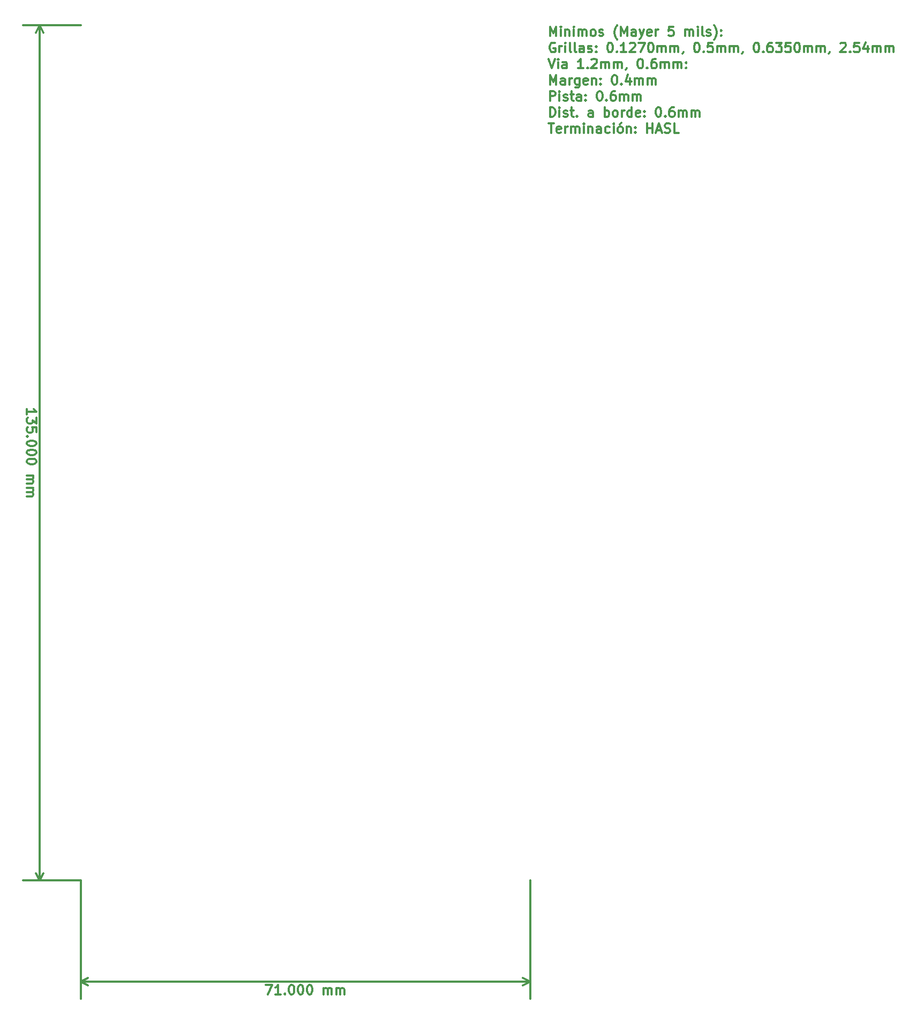
<source format=gbr>
G04 #@! TF.FileFunction,Drawing*
%FSLAX46Y46*%
G04 Gerber Fmt 4.6, Leading zero omitted, Abs format (unit mm)*
G04 Created by KiCad (PCBNEW 4.0.7) date Mon Nov 12 23:25:46 2018*
%MOMM*%
%LPD*%
G01*
G04 APERTURE LIST*
%ADD10C,0.100000*%
%ADD11C,0.300000*%
G04 APERTURE END LIST*
D10*
D11*
X177627643Y-24680071D02*
X177627643Y-23180071D01*
X178127643Y-24251500D01*
X178627643Y-23180071D01*
X178627643Y-24680071D01*
X179341929Y-24680071D02*
X179341929Y-23680071D01*
X179341929Y-23180071D02*
X179270500Y-23251500D01*
X179341929Y-23322929D01*
X179413357Y-23251500D01*
X179341929Y-23180071D01*
X179341929Y-23322929D01*
X180056215Y-23680071D02*
X180056215Y-24680071D01*
X180056215Y-23822929D02*
X180127643Y-23751500D01*
X180270501Y-23680071D01*
X180484786Y-23680071D01*
X180627643Y-23751500D01*
X180699072Y-23894357D01*
X180699072Y-24680071D01*
X181413358Y-24680071D02*
X181413358Y-23680071D01*
X181413358Y-23180071D02*
X181341929Y-23251500D01*
X181413358Y-23322929D01*
X181484786Y-23251500D01*
X181413358Y-23180071D01*
X181413358Y-23322929D01*
X182127644Y-24680071D02*
X182127644Y-23680071D01*
X182127644Y-23822929D02*
X182199072Y-23751500D01*
X182341930Y-23680071D01*
X182556215Y-23680071D01*
X182699072Y-23751500D01*
X182770501Y-23894357D01*
X182770501Y-24680071D01*
X182770501Y-23894357D02*
X182841930Y-23751500D01*
X182984787Y-23680071D01*
X183199072Y-23680071D01*
X183341930Y-23751500D01*
X183413358Y-23894357D01*
X183413358Y-24680071D01*
X184341930Y-24680071D02*
X184199072Y-24608643D01*
X184127644Y-24537214D01*
X184056215Y-24394357D01*
X184056215Y-23965786D01*
X184127644Y-23822929D01*
X184199072Y-23751500D01*
X184341930Y-23680071D01*
X184556215Y-23680071D01*
X184699072Y-23751500D01*
X184770501Y-23822929D01*
X184841930Y-23965786D01*
X184841930Y-24394357D01*
X184770501Y-24537214D01*
X184699072Y-24608643D01*
X184556215Y-24680071D01*
X184341930Y-24680071D01*
X185413358Y-24608643D02*
X185556215Y-24680071D01*
X185841930Y-24680071D01*
X185984787Y-24608643D01*
X186056215Y-24465786D01*
X186056215Y-24394357D01*
X185984787Y-24251500D01*
X185841930Y-24180071D01*
X185627644Y-24180071D01*
X185484787Y-24108643D01*
X185413358Y-23965786D01*
X185413358Y-23894357D01*
X185484787Y-23751500D01*
X185627644Y-23680071D01*
X185841930Y-23680071D01*
X185984787Y-23751500D01*
X188270501Y-25251500D02*
X188199073Y-25180071D01*
X188056216Y-24965786D01*
X187984787Y-24822929D01*
X187913358Y-24608643D01*
X187841930Y-24251500D01*
X187841930Y-23965786D01*
X187913358Y-23608643D01*
X187984787Y-23394357D01*
X188056216Y-23251500D01*
X188199073Y-23037214D01*
X188270501Y-22965786D01*
X188841930Y-24680071D02*
X188841930Y-23180071D01*
X189341930Y-24251500D01*
X189841930Y-23180071D01*
X189841930Y-24680071D01*
X191199073Y-24680071D02*
X191199073Y-23894357D01*
X191127644Y-23751500D01*
X190984787Y-23680071D01*
X190699073Y-23680071D01*
X190556216Y-23751500D01*
X191199073Y-24608643D02*
X191056216Y-24680071D01*
X190699073Y-24680071D01*
X190556216Y-24608643D01*
X190484787Y-24465786D01*
X190484787Y-24322929D01*
X190556216Y-24180071D01*
X190699073Y-24108643D01*
X191056216Y-24108643D01*
X191199073Y-24037214D01*
X191770502Y-23680071D02*
X192127645Y-24680071D01*
X192484787Y-23680071D02*
X192127645Y-24680071D01*
X191984787Y-25037214D01*
X191913359Y-25108643D01*
X191770502Y-25180071D01*
X193627644Y-24608643D02*
X193484787Y-24680071D01*
X193199073Y-24680071D01*
X193056216Y-24608643D01*
X192984787Y-24465786D01*
X192984787Y-23894357D01*
X193056216Y-23751500D01*
X193199073Y-23680071D01*
X193484787Y-23680071D01*
X193627644Y-23751500D01*
X193699073Y-23894357D01*
X193699073Y-24037214D01*
X192984787Y-24180071D01*
X194341930Y-24680071D02*
X194341930Y-23680071D01*
X194341930Y-23965786D02*
X194413358Y-23822929D01*
X194484787Y-23751500D01*
X194627644Y-23680071D01*
X194770501Y-23680071D01*
X197127644Y-23180071D02*
X196413358Y-23180071D01*
X196341929Y-23894357D01*
X196413358Y-23822929D01*
X196556215Y-23751500D01*
X196913358Y-23751500D01*
X197056215Y-23822929D01*
X197127644Y-23894357D01*
X197199072Y-24037214D01*
X197199072Y-24394357D01*
X197127644Y-24537214D01*
X197056215Y-24608643D01*
X196913358Y-24680071D01*
X196556215Y-24680071D01*
X196413358Y-24608643D01*
X196341929Y-24537214D01*
X198984786Y-24680071D02*
X198984786Y-23680071D01*
X198984786Y-23822929D02*
X199056214Y-23751500D01*
X199199072Y-23680071D01*
X199413357Y-23680071D01*
X199556214Y-23751500D01*
X199627643Y-23894357D01*
X199627643Y-24680071D01*
X199627643Y-23894357D02*
X199699072Y-23751500D01*
X199841929Y-23680071D01*
X200056214Y-23680071D01*
X200199072Y-23751500D01*
X200270500Y-23894357D01*
X200270500Y-24680071D01*
X200984786Y-24680071D02*
X200984786Y-23680071D01*
X200984786Y-23180071D02*
X200913357Y-23251500D01*
X200984786Y-23322929D01*
X201056214Y-23251500D01*
X200984786Y-23180071D01*
X200984786Y-23322929D01*
X201913358Y-24680071D02*
X201770500Y-24608643D01*
X201699072Y-24465786D01*
X201699072Y-23180071D01*
X202413357Y-24608643D02*
X202556214Y-24680071D01*
X202841929Y-24680071D01*
X202984786Y-24608643D01*
X203056214Y-24465786D01*
X203056214Y-24394357D01*
X202984786Y-24251500D01*
X202841929Y-24180071D01*
X202627643Y-24180071D01*
X202484786Y-24108643D01*
X202413357Y-23965786D01*
X202413357Y-23894357D01*
X202484786Y-23751500D01*
X202627643Y-23680071D01*
X202841929Y-23680071D01*
X202984786Y-23751500D01*
X203556215Y-25251500D02*
X203627643Y-25180071D01*
X203770500Y-24965786D01*
X203841929Y-24822929D01*
X203913358Y-24608643D01*
X203984786Y-24251500D01*
X203984786Y-23965786D01*
X203913358Y-23608643D01*
X203841929Y-23394357D01*
X203770500Y-23251500D01*
X203627643Y-23037214D01*
X203556215Y-22965786D01*
X204699072Y-24537214D02*
X204770500Y-24608643D01*
X204699072Y-24680071D01*
X204627643Y-24608643D01*
X204699072Y-24537214D01*
X204699072Y-24680071D01*
X204699072Y-23751500D02*
X204770500Y-23822929D01*
X204699072Y-23894357D01*
X204627643Y-23822929D01*
X204699072Y-23751500D01*
X204699072Y-23894357D01*
X178413357Y-25801500D02*
X178270500Y-25730071D01*
X178056214Y-25730071D01*
X177841929Y-25801500D01*
X177699071Y-25944357D01*
X177627643Y-26087214D01*
X177556214Y-26372929D01*
X177556214Y-26587214D01*
X177627643Y-26872929D01*
X177699071Y-27015786D01*
X177841929Y-27158643D01*
X178056214Y-27230071D01*
X178199071Y-27230071D01*
X178413357Y-27158643D01*
X178484786Y-27087214D01*
X178484786Y-26587214D01*
X178199071Y-26587214D01*
X179127643Y-27230071D02*
X179127643Y-26230071D01*
X179127643Y-26515786D02*
X179199071Y-26372929D01*
X179270500Y-26301500D01*
X179413357Y-26230071D01*
X179556214Y-26230071D01*
X180056214Y-27230071D02*
X180056214Y-26230071D01*
X180056214Y-25730071D02*
X179984785Y-25801500D01*
X180056214Y-25872929D01*
X180127642Y-25801500D01*
X180056214Y-25730071D01*
X180056214Y-25872929D01*
X180984786Y-27230071D02*
X180841928Y-27158643D01*
X180770500Y-27015786D01*
X180770500Y-25730071D01*
X181770500Y-27230071D02*
X181627642Y-27158643D01*
X181556214Y-27015786D01*
X181556214Y-25730071D01*
X182984785Y-27230071D02*
X182984785Y-26444357D01*
X182913356Y-26301500D01*
X182770499Y-26230071D01*
X182484785Y-26230071D01*
X182341928Y-26301500D01*
X182984785Y-27158643D02*
X182841928Y-27230071D01*
X182484785Y-27230071D01*
X182341928Y-27158643D01*
X182270499Y-27015786D01*
X182270499Y-26872929D01*
X182341928Y-26730071D01*
X182484785Y-26658643D01*
X182841928Y-26658643D01*
X182984785Y-26587214D01*
X183627642Y-27158643D02*
X183770499Y-27230071D01*
X184056214Y-27230071D01*
X184199071Y-27158643D01*
X184270499Y-27015786D01*
X184270499Y-26944357D01*
X184199071Y-26801500D01*
X184056214Y-26730071D01*
X183841928Y-26730071D01*
X183699071Y-26658643D01*
X183627642Y-26515786D01*
X183627642Y-26444357D01*
X183699071Y-26301500D01*
X183841928Y-26230071D01*
X184056214Y-26230071D01*
X184199071Y-26301500D01*
X184913357Y-27087214D02*
X184984785Y-27158643D01*
X184913357Y-27230071D01*
X184841928Y-27158643D01*
X184913357Y-27087214D01*
X184913357Y-27230071D01*
X184913357Y-26301500D02*
X184984785Y-26372929D01*
X184913357Y-26444357D01*
X184841928Y-26372929D01*
X184913357Y-26301500D01*
X184913357Y-26444357D01*
X187056214Y-25730071D02*
X187199071Y-25730071D01*
X187341928Y-25801500D01*
X187413357Y-25872929D01*
X187484786Y-26015786D01*
X187556214Y-26301500D01*
X187556214Y-26658643D01*
X187484786Y-26944357D01*
X187413357Y-27087214D01*
X187341928Y-27158643D01*
X187199071Y-27230071D01*
X187056214Y-27230071D01*
X186913357Y-27158643D01*
X186841928Y-27087214D01*
X186770500Y-26944357D01*
X186699071Y-26658643D01*
X186699071Y-26301500D01*
X186770500Y-26015786D01*
X186841928Y-25872929D01*
X186913357Y-25801500D01*
X187056214Y-25730071D01*
X188199071Y-27087214D02*
X188270499Y-27158643D01*
X188199071Y-27230071D01*
X188127642Y-27158643D01*
X188199071Y-27087214D01*
X188199071Y-27230071D01*
X189699071Y-27230071D02*
X188841928Y-27230071D01*
X189270500Y-27230071D02*
X189270500Y-25730071D01*
X189127643Y-25944357D01*
X188984785Y-26087214D01*
X188841928Y-26158643D01*
X190270499Y-25872929D02*
X190341928Y-25801500D01*
X190484785Y-25730071D01*
X190841928Y-25730071D01*
X190984785Y-25801500D01*
X191056214Y-25872929D01*
X191127642Y-26015786D01*
X191127642Y-26158643D01*
X191056214Y-26372929D01*
X190199071Y-27230071D01*
X191127642Y-27230071D01*
X191627642Y-25730071D02*
X192627642Y-25730071D01*
X191984785Y-27230071D01*
X193484784Y-25730071D02*
X193627641Y-25730071D01*
X193770498Y-25801500D01*
X193841927Y-25872929D01*
X193913356Y-26015786D01*
X193984784Y-26301500D01*
X193984784Y-26658643D01*
X193913356Y-26944357D01*
X193841927Y-27087214D01*
X193770498Y-27158643D01*
X193627641Y-27230071D01*
X193484784Y-27230071D01*
X193341927Y-27158643D01*
X193270498Y-27087214D01*
X193199070Y-26944357D01*
X193127641Y-26658643D01*
X193127641Y-26301500D01*
X193199070Y-26015786D01*
X193270498Y-25872929D01*
X193341927Y-25801500D01*
X193484784Y-25730071D01*
X194627641Y-27230071D02*
X194627641Y-26230071D01*
X194627641Y-26372929D02*
X194699069Y-26301500D01*
X194841927Y-26230071D01*
X195056212Y-26230071D01*
X195199069Y-26301500D01*
X195270498Y-26444357D01*
X195270498Y-27230071D01*
X195270498Y-26444357D02*
X195341927Y-26301500D01*
X195484784Y-26230071D01*
X195699069Y-26230071D01*
X195841927Y-26301500D01*
X195913355Y-26444357D01*
X195913355Y-27230071D01*
X196627641Y-27230071D02*
X196627641Y-26230071D01*
X196627641Y-26372929D02*
X196699069Y-26301500D01*
X196841927Y-26230071D01*
X197056212Y-26230071D01*
X197199069Y-26301500D01*
X197270498Y-26444357D01*
X197270498Y-27230071D01*
X197270498Y-26444357D02*
X197341927Y-26301500D01*
X197484784Y-26230071D01*
X197699069Y-26230071D01*
X197841927Y-26301500D01*
X197913355Y-26444357D01*
X197913355Y-27230071D01*
X198699069Y-27158643D02*
X198699069Y-27230071D01*
X198627641Y-27372929D01*
X198556212Y-27444357D01*
X200770498Y-25730071D02*
X200913355Y-25730071D01*
X201056212Y-25801500D01*
X201127641Y-25872929D01*
X201199070Y-26015786D01*
X201270498Y-26301500D01*
X201270498Y-26658643D01*
X201199070Y-26944357D01*
X201127641Y-27087214D01*
X201056212Y-27158643D01*
X200913355Y-27230071D01*
X200770498Y-27230071D01*
X200627641Y-27158643D01*
X200556212Y-27087214D01*
X200484784Y-26944357D01*
X200413355Y-26658643D01*
X200413355Y-26301500D01*
X200484784Y-26015786D01*
X200556212Y-25872929D01*
X200627641Y-25801500D01*
X200770498Y-25730071D01*
X201913355Y-27087214D02*
X201984783Y-27158643D01*
X201913355Y-27230071D01*
X201841926Y-27158643D01*
X201913355Y-27087214D01*
X201913355Y-27230071D01*
X203341927Y-25730071D02*
X202627641Y-25730071D01*
X202556212Y-26444357D01*
X202627641Y-26372929D01*
X202770498Y-26301500D01*
X203127641Y-26301500D01*
X203270498Y-26372929D01*
X203341927Y-26444357D01*
X203413355Y-26587214D01*
X203413355Y-26944357D01*
X203341927Y-27087214D01*
X203270498Y-27158643D01*
X203127641Y-27230071D01*
X202770498Y-27230071D01*
X202627641Y-27158643D01*
X202556212Y-27087214D01*
X204056212Y-27230071D02*
X204056212Y-26230071D01*
X204056212Y-26372929D02*
X204127640Y-26301500D01*
X204270498Y-26230071D01*
X204484783Y-26230071D01*
X204627640Y-26301500D01*
X204699069Y-26444357D01*
X204699069Y-27230071D01*
X204699069Y-26444357D02*
X204770498Y-26301500D01*
X204913355Y-26230071D01*
X205127640Y-26230071D01*
X205270498Y-26301500D01*
X205341926Y-26444357D01*
X205341926Y-27230071D01*
X206056212Y-27230071D02*
X206056212Y-26230071D01*
X206056212Y-26372929D02*
X206127640Y-26301500D01*
X206270498Y-26230071D01*
X206484783Y-26230071D01*
X206627640Y-26301500D01*
X206699069Y-26444357D01*
X206699069Y-27230071D01*
X206699069Y-26444357D02*
X206770498Y-26301500D01*
X206913355Y-26230071D01*
X207127640Y-26230071D01*
X207270498Y-26301500D01*
X207341926Y-26444357D01*
X207341926Y-27230071D01*
X208127640Y-27158643D02*
X208127640Y-27230071D01*
X208056212Y-27372929D01*
X207984783Y-27444357D01*
X210199069Y-25730071D02*
X210341926Y-25730071D01*
X210484783Y-25801500D01*
X210556212Y-25872929D01*
X210627641Y-26015786D01*
X210699069Y-26301500D01*
X210699069Y-26658643D01*
X210627641Y-26944357D01*
X210556212Y-27087214D01*
X210484783Y-27158643D01*
X210341926Y-27230071D01*
X210199069Y-27230071D01*
X210056212Y-27158643D01*
X209984783Y-27087214D01*
X209913355Y-26944357D01*
X209841926Y-26658643D01*
X209841926Y-26301500D01*
X209913355Y-26015786D01*
X209984783Y-25872929D01*
X210056212Y-25801500D01*
X210199069Y-25730071D01*
X211341926Y-27087214D02*
X211413354Y-27158643D01*
X211341926Y-27230071D01*
X211270497Y-27158643D01*
X211341926Y-27087214D01*
X211341926Y-27230071D01*
X212699069Y-25730071D02*
X212413355Y-25730071D01*
X212270498Y-25801500D01*
X212199069Y-25872929D01*
X212056212Y-26087214D01*
X211984783Y-26372929D01*
X211984783Y-26944357D01*
X212056212Y-27087214D01*
X212127640Y-27158643D01*
X212270498Y-27230071D01*
X212556212Y-27230071D01*
X212699069Y-27158643D01*
X212770498Y-27087214D01*
X212841926Y-26944357D01*
X212841926Y-26587214D01*
X212770498Y-26444357D01*
X212699069Y-26372929D01*
X212556212Y-26301500D01*
X212270498Y-26301500D01*
X212127640Y-26372929D01*
X212056212Y-26444357D01*
X211984783Y-26587214D01*
X213341926Y-25730071D02*
X214270497Y-25730071D01*
X213770497Y-26301500D01*
X213984783Y-26301500D01*
X214127640Y-26372929D01*
X214199069Y-26444357D01*
X214270497Y-26587214D01*
X214270497Y-26944357D01*
X214199069Y-27087214D01*
X214127640Y-27158643D01*
X213984783Y-27230071D01*
X213556211Y-27230071D01*
X213413354Y-27158643D01*
X213341926Y-27087214D01*
X215627640Y-25730071D02*
X214913354Y-25730071D01*
X214841925Y-26444357D01*
X214913354Y-26372929D01*
X215056211Y-26301500D01*
X215413354Y-26301500D01*
X215556211Y-26372929D01*
X215627640Y-26444357D01*
X215699068Y-26587214D01*
X215699068Y-26944357D01*
X215627640Y-27087214D01*
X215556211Y-27158643D01*
X215413354Y-27230071D01*
X215056211Y-27230071D01*
X214913354Y-27158643D01*
X214841925Y-27087214D01*
X216627639Y-25730071D02*
X216770496Y-25730071D01*
X216913353Y-25801500D01*
X216984782Y-25872929D01*
X217056211Y-26015786D01*
X217127639Y-26301500D01*
X217127639Y-26658643D01*
X217056211Y-26944357D01*
X216984782Y-27087214D01*
X216913353Y-27158643D01*
X216770496Y-27230071D01*
X216627639Y-27230071D01*
X216484782Y-27158643D01*
X216413353Y-27087214D01*
X216341925Y-26944357D01*
X216270496Y-26658643D01*
X216270496Y-26301500D01*
X216341925Y-26015786D01*
X216413353Y-25872929D01*
X216484782Y-25801500D01*
X216627639Y-25730071D01*
X217770496Y-27230071D02*
X217770496Y-26230071D01*
X217770496Y-26372929D02*
X217841924Y-26301500D01*
X217984782Y-26230071D01*
X218199067Y-26230071D01*
X218341924Y-26301500D01*
X218413353Y-26444357D01*
X218413353Y-27230071D01*
X218413353Y-26444357D02*
X218484782Y-26301500D01*
X218627639Y-26230071D01*
X218841924Y-26230071D01*
X218984782Y-26301500D01*
X219056210Y-26444357D01*
X219056210Y-27230071D01*
X219770496Y-27230071D02*
X219770496Y-26230071D01*
X219770496Y-26372929D02*
X219841924Y-26301500D01*
X219984782Y-26230071D01*
X220199067Y-26230071D01*
X220341924Y-26301500D01*
X220413353Y-26444357D01*
X220413353Y-27230071D01*
X220413353Y-26444357D02*
X220484782Y-26301500D01*
X220627639Y-26230071D01*
X220841924Y-26230071D01*
X220984782Y-26301500D01*
X221056210Y-26444357D01*
X221056210Y-27230071D01*
X221841924Y-27158643D02*
X221841924Y-27230071D01*
X221770496Y-27372929D01*
X221699067Y-27444357D01*
X223556210Y-25872929D02*
X223627639Y-25801500D01*
X223770496Y-25730071D01*
X224127639Y-25730071D01*
X224270496Y-25801500D01*
X224341925Y-25872929D01*
X224413353Y-26015786D01*
X224413353Y-26158643D01*
X224341925Y-26372929D01*
X223484782Y-27230071D01*
X224413353Y-27230071D01*
X225056210Y-27087214D02*
X225127638Y-27158643D01*
X225056210Y-27230071D01*
X224984781Y-27158643D01*
X225056210Y-27087214D01*
X225056210Y-27230071D01*
X226484782Y-25730071D02*
X225770496Y-25730071D01*
X225699067Y-26444357D01*
X225770496Y-26372929D01*
X225913353Y-26301500D01*
X226270496Y-26301500D01*
X226413353Y-26372929D01*
X226484782Y-26444357D01*
X226556210Y-26587214D01*
X226556210Y-26944357D01*
X226484782Y-27087214D01*
X226413353Y-27158643D01*
X226270496Y-27230071D01*
X225913353Y-27230071D01*
X225770496Y-27158643D01*
X225699067Y-27087214D01*
X227841924Y-26230071D02*
X227841924Y-27230071D01*
X227484781Y-25658643D02*
X227127638Y-26730071D01*
X228056210Y-26730071D01*
X228627638Y-27230071D02*
X228627638Y-26230071D01*
X228627638Y-26372929D02*
X228699066Y-26301500D01*
X228841924Y-26230071D01*
X229056209Y-26230071D01*
X229199066Y-26301500D01*
X229270495Y-26444357D01*
X229270495Y-27230071D01*
X229270495Y-26444357D02*
X229341924Y-26301500D01*
X229484781Y-26230071D01*
X229699066Y-26230071D01*
X229841924Y-26301500D01*
X229913352Y-26444357D01*
X229913352Y-27230071D01*
X230627638Y-27230071D02*
X230627638Y-26230071D01*
X230627638Y-26372929D02*
X230699066Y-26301500D01*
X230841924Y-26230071D01*
X231056209Y-26230071D01*
X231199066Y-26301500D01*
X231270495Y-26444357D01*
X231270495Y-27230071D01*
X231270495Y-26444357D02*
X231341924Y-26301500D01*
X231484781Y-26230071D01*
X231699066Y-26230071D01*
X231841924Y-26301500D01*
X231913352Y-26444357D01*
X231913352Y-27230071D01*
X177413357Y-28280071D02*
X177913357Y-29780071D01*
X178413357Y-28280071D01*
X178913357Y-29780071D02*
X178913357Y-28780071D01*
X178913357Y-28280071D02*
X178841928Y-28351500D01*
X178913357Y-28422929D01*
X178984785Y-28351500D01*
X178913357Y-28280071D01*
X178913357Y-28422929D01*
X180270500Y-29780071D02*
X180270500Y-28994357D01*
X180199071Y-28851500D01*
X180056214Y-28780071D01*
X179770500Y-28780071D01*
X179627643Y-28851500D01*
X180270500Y-29708643D02*
X180127643Y-29780071D01*
X179770500Y-29780071D01*
X179627643Y-29708643D01*
X179556214Y-29565786D01*
X179556214Y-29422929D01*
X179627643Y-29280071D01*
X179770500Y-29208643D01*
X180127643Y-29208643D01*
X180270500Y-29137214D01*
X182913357Y-29780071D02*
X182056214Y-29780071D01*
X182484786Y-29780071D02*
X182484786Y-28280071D01*
X182341929Y-28494357D01*
X182199071Y-28637214D01*
X182056214Y-28708643D01*
X183556214Y-29637214D02*
X183627642Y-29708643D01*
X183556214Y-29780071D01*
X183484785Y-29708643D01*
X183556214Y-29637214D01*
X183556214Y-29780071D01*
X184199071Y-28422929D02*
X184270500Y-28351500D01*
X184413357Y-28280071D01*
X184770500Y-28280071D01*
X184913357Y-28351500D01*
X184984786Y-28422929D01*
X185056214Y-28565786D01*
X185056214Y-28708643D01*
X184984786Y-28922929D01*
X184127643Y-29780071D01*
X185056214Y-29780071D01*
X185699071Y-29780071D02*
X185699071Y-28780071D01*
X185699071Y-28922929D02*
X185770499Y-28851500D01*
X185913357Y-28780071D01*
X186127642Y-28780071D01*
X186270499Y-28851500D01*
X186341928Y-28994357D01*
X186341928Y-29780071D01*
X186341928Y-28994357D02*
X186413357Y-28851500D01*
X186556214Y-28780071D01*
X186770499Y-28780071D01*
X186913357Y-28851500D01*
X186984785Y-28994357D01*
X186984785Y-29780071D01*
X187699071Y-29780071D02*
X187699071Y-28780071D01*
X187699071Y-28922929D02*
X187770499Y-28851500D01*
X187913357Y-28780071D01*
X188127642Y-28780071D01*
X188270499Y-28851500D01*
X188341928Y-28994357D01*
X188341928Y-29780071D01*
X188341928Y-28994357D02*
X188413357Y-28851500D01*
X188556214Y-28780071D01*
X188770499Y-28780071D01*
X188913357Y-28851500D01*
X188984785Y-28994357D01*
X188984785Y-29780071D01*
X189770499Y-29708643D02*
X189770499Y-29780071D01*
X189699071Y-29922929D01*
X189627642Y-29994357D01*
X191841928Y-28280071D02*
X191984785Y-28280071D01*
X192127642Y-28351500D01*
X192199071Y-28422929D01*
X192270500Y-28565786D01*
X192341928Y-28851500D01*
X192341928Y-29208643D01*
X192270500Y-29494357D01*
X192199071Y-29637214D01*
X192127642Y-29708643D01*
X191984785Y-29780071D01*
X191841928Y-29780071D01*
X191699071Y-29708643D01*
X191627642Y-29637214D01*
X191556214Y-29494357D01*
X191484785Y-29208643D01*
X191484785Y-28851500D01*
X191556214Y-28565786D01*
X191627642Y-28422929D01*
X191699071Y-28351500D01*
X191841928Y-28280071D01*
X192984785Y-29637214D02*
X193056213Y-29708643D01*
X192984785Y-29780071D01*
X192913356Y-29708643D01*
X192984785Y-29637214D01*
X192984785Y-29780071D01*
X194341928Y-28280071D02*
X194056214Y-28280071D01*
X193913357Y-28351500D01*
X193841928Y-28422929D01*
X193699071Y-28637214D01*
X193627642Y-28922929D01*
X193627642Y-29494357D01*
X193699071Y-29637214D01*
X193770499Y-29708643D01*
X193913357Y-29780071D01*
X194199071Y-29780071D01*
X194341928Y-29708643D01*
X194413357Y-29637214D01*
X194484785Y-29494357D01*
X194484785Y-29137214D01*
X194413357Y-28994357D01*
X194341928Y-28922929D01*
X194199071Y-28851500D01*
X193913357Y-28851500D01*
X193770499Y-28922929D01*
X193699071Y-28994357D01*
X193627642Y-29137214D01*
X195127642Y-29780071D02*
X195127642Y-28780071D01*
X195127642Y-28922929D02*
X195199070Y-28851500D01*
X195341928Y-28780071D01*
X195556213Y-28780071D01*
X195699070Y-28851500D01*
X195770499Y-28994357D01*
X195770499Y-29780071D01*
X195770499Y-28994357D02*
X195841928Y-28851500D01*
X195984785Y-28780071D01*
X196199070Y-28780071D01*
X196341928Y-28851500D01*
X196413356Y-28994357D01*
X196413356Y-29780071D01*
X197127642Y-29780071D02*
X197127642Y-28780071D01*
X197127642Y-28922929D02*
X197199070Y-28851500D01*
X197341928Y-28780071D01*
X197556213Y-28780071D01*
X197699070Y-28851500D01*
X197770499Y-28994357D01*
X197770499Y-29780071D01*
X197770499Y-28994357D02*
X197841928Y-28851500D01*
X197984785Y-28780071D01*
X198199070Y-28780071D01*
X198341928Y-28851500D01*
X198413356Y-28994357D01*
X198413356Y-29780071D01*
X199127642Y-29637214D02*
X199199070Y-29708643D01*
X199127642Y-29780071D01*
X199056213Y-29708643D01*
X199127642Y-29637214D01*
X199127642Y-29780071D01*
X199127642Y-28851500D02*
X199199070Y-28922929D01*
X199127642Y-28994357D01*
X199056213Y-28922929D01*
X199127642Y-28851500D01*
X199127642Y-28994357D01*
X177627643Y-32330071D02*
X177627643Y-30830071D01*
X178127643Y-31901500D01*
X178627643Y-30830071D01*
X178627643Y-32330071D01*
X179984786Y-32330071D02*
X179984786Y-31544357D01*
X179913357Y-31401500D01*
X179770500Y-31330071D01*
X179484786Y-31330071D01*
X179341929Y-31401500D01*
X179984786Y-32258643D02*
X179841929Y-32330071D01*
X179484786Y-32330071D01*
X179341929Y-32258643D01*
X179270500Y-32115786D01*
X179270500Y-31972929D01*
X179341929Y-31830071D01*
X179484786Y-31758643D01*
X179841929Y-31758643D01*
X179984786Y-31687214D01*
X180699072Y-32330071D02*
X180699072Y-31330071D01*
X180699072Y-31615786D02*
X180770500Y-31472929D01*
X180841929Y-31401500D01*
X180984786Y-31330071D01*
X181127643Y-31330071D01*
X182270500Y-31330071D02*
X182270500Y-32544357D01*
X182199071Y-32687214D01*
X182127643Y-32758643D01*
X181984786Y-32830071D01*
X181770500Y-32830071D01*
X181627643Y-32758643D01*
X182270500Y-32258643D02*
X182127643Y-32330071D01*
X181841929Y-32330071D01*
X181699071Y-32258643D01*
X181627643Y-32187214D01*
X181556214Y-32044357D01*
X181556214Y-31615786D01*
X181627643Y-31472929D01*
X181699071Y-31401500D01*
X181841929Y-31330071D01*
X182127643Y-31330071D01*
X182270500Y-31401500D01*
X183556214Y-32258643D02*
X183413357Y-32330071D01*
X183127643Y-32330071D01*
X182984786Y-32258643D01*
X182913357Y-32115786D01*
X182913357Y-31544357D01*
X182984786Y-31401500D01*
X183127643Y-31330071D01*
X183413357Y-31330071D01*
X183556214Y-31401500D01*
X183627643Y-31544357D01*
X183627643Y-31687214D01*
X182913357Y-31830071D01*
X184270500Y-31330071D02*
X184270500Y-32330071D01*
X184270500Y-31472929D02*
X184341928Y-31401500D01*
X184484786Y-31330071D01*
X184699071Y-31330071D01*
X184841928Y-31401500D01*
X184913357Y-31544357D01*
X184913357Y-32330071D01*
X185627643Y-32187214D02*
X185699071Y-32258643D01*
X185627643Y-32330071D01*
X185556214Y-32258643D01*
X185627643Y-32187214D01*
X185627643Y-32330071D01*
X185627643Y-31401500D02*
X185699071Y-31472929D01*
X185627643Y-31544357D01*
X185556214Y-31472929D01*
X185627643Y-31401500D01*
X185627643Y-31544357D01*
X187770500Y-30830071D02*
X187913357Y-30830071D01*
X188056214Y-30901500D01*
X188127643Y-30972929D01*
X188199072Y-31115786D01*
X188270500Y-31401500D01*
X188270500Y-31758643D01*
X188199072Y-32044357D01*
X188127643Y-32187214D01*
X188056214Y-32258643D01*
X187913357Y-32330071D01*
X187770500Y-32330071D01*
X187627643Y-32258643D01*
X187556214Y-32187214D01*
X187484786Y-32044357D01*
X187413357Y-31758643D01*
X187413357Y-31401500D01*
X187484786Y-31115786D01*
X187556214Y-30972929D01*
X187627643Y-30901500D01*
X187770500Y-30830071D01*
X188913357Y-32187214D02*
X188984785Y-32258643D01*
X188913357Y-32330071D01*
X188841928Y-32258643D01*
X188913357Y-32187214D01*
X188913357Y-32330071D01*
X190270500Y-31330071D02*
X190270500Y-32330071D01*
X189913357Y-30758643D02*
X189556214Y-31830071D01*
X190484786Y-31830071D01*
X191056214Y-32330071D02*
X191056214Y-31330071D01*
X191056214Y-31472929D02*
X191127642Y-31401500D01*
X191270500Y-31330071D01*
X191484785Y-31330071D01*
X191627642Y-31401500D01*
X191699071Y-31544357D01*
X191699071Y-32330071D01*
X191699071Y-31544357D02*
X191770500Y-31401500D01*
X191913357Y-31330071D01*
X192127642Y-31330071D01*
X192270500Y-31401500D01*
X192341928Y-31544357D01*
X192341928Y-32330071D01*
X193056214Y-32330071D02*
X193056214Y-31330071D01*
X193056214Y-31472929D02*
X193127642Y-31401500D01*
X193270500Y-31330071D01*
X193484785Y-31330071D01*
X193627642Y-31401500D01*
X193699071Y-31544357D01*
X193699071Y-32330071D01*
X193699071Y-31544357D02*
X193770500Y-31401500D01*
X193913357Y-31330071D01*
X194127642Y-31330071D01*
X194270500Y-31401500D01*
X194341928Y-31544357D01*
X194341928Y-32330071D01*
X177627643Y-34880071D02*
X177627643Y-33380071D01*
X178199071Y-33380071D01*
X178341929Y-33451500D01*
X178413357Y-33522929D01*
X178484786Y-33665786D01*
X178484786Y-33880071D01*
X178413357Y-34022929D01*
X178341929Y-34094357D01*
X178199071Y-34165786D01*
X177627643Y-34165786D01*
X179127643Y-34880071D02*
X179127643Y-33880071D01*
X179127643Y-33380071D02*
X179056214Y-33451500D01*
X179127643Y-33522929D01*
X179199071Y-33451500D01*
X179127643Y-33380071D01*
X179127643Y-33522929D01*
X179770500Y-34808643D02*
X179913357Y-34880071D01*
X180199072Y-34880071D01*
X180341929Y-34808643D01*
X180413357Y-34665786D01*
X180413357Y-34594357D01*
X180341929Y-34451500D01*
X180199072Y-34380071D01*
X179984786Y-34380071D01*
X179841929Y-34308643D01*
X179770500Y-34165786D01*
X179770500Y-34094357D01*
X179841929Y-33951500D01*
X179984786Y-33880071D01*
X180199072Y-33880071D01*
X180341929Y-33951500D01*
X180841929Y-33880071D02*
X181413358Y-33880071D01*
X181056215Y-33380071D02*
X181056215Y-34665786D01*
X181127643Y-34808643D01*
X181270501Y-34880071D01*
X181413358Y-34880071D01*
X182556215Y-34880071D02*
X182556215Y-34094357D01*
X182484786Y-33951500D01*
X182341929Y-33880071D01*
X182056215Y-33880071D01*
X181913358Y-33951500D01*
X182556215Y-34808643D02*
X182413358Y-34880071D01*
X182056215Y-34880071D01*
X181913358Y-34808643D01*
X181841929Y-34665786D01*
X181841929Y-34522929D01*
X181913358Y-34380071D01*
X182056215Y-34308643D01*
X182413358Y-34308643D01*
X182556215Y-34237214D01*
X183270501Y-34737214D02*
X183341929Y-34808643D01*
X183270501Y-34880071D01*
X183199072Y-34808643D01*
X183270501Y-34737214D01*
X183270501Y-34880071D01*
X183270501Y-33951500D02*
X183341929Y-34022929D01*
X183270501Y-34094357D01*
X183199072Y-34022929D01*
X183270501Y-33951500D01*
X183270501Y-34094357D01*
X185413358Y-33380071D02*
X185556215Y-33380071D01*
X185699072Y-33451500D01*
X185770501Y-33522929D01*
X185841930Y-33665786D01*
X185913358Y-33951500D01*
X185913358Y-34308643D01*
X185841930Y-34594357D01*
X185770501Y-34737214D01*
X185699072Y-34808643D01*
X185556215Y-34880071D01*
X185413358Y-34880071D01*
X185270501Y-34808643D01*
X185199072Y-34737214D01*
X185127644Y-34594357D01*
X185056215Y-34308643D01*
X185056215Y-33951500D01*
X185127644Y-33665786D01*
X185199072Y-33522929D01*
X185270501Y-33451500D01*
X185413358Y-33380071D01*
X186556215Y-34737214D02*
X186627643Y-34808643D01*
X186556215Y-34880071D01*
X186484786Y-34808643D01*
X186556215Y-34737214D01*
X186556215Y-34880071D01*
X187913358Y-33380071D02*
X187627644Y-33380071D01*
X187484787Y-33451500D01*
X187413358Y-33522929D01*
X187270501Y-33737214D01*
X187199072Y-34022929D01*
X187199072Y-34594357D01*
X187270501Y-34737214D01*
X187341929Y-34808643D01*
X187484787Y-34880071D01*
X187770501Y-34880071D01*
X187913358Y-34808643D01*
X187984787Y-34737214D01*
X188056215Y-34594357D01*
X188056215Y-34237214D01*
X187984787Y-34094357D01*
X187913358Y-34022929D01*
X187770501Y-33951500D01*
X187484787Y-33951500D01*
X187341929Y-34022929D01*
X187270501Y-34094357D01*
X187199072Y-34237214D01*
X188699072Y-34880071D02*
X188699072Y-33880071D01*
X188699072Y-34022929D02*
X188770500Y-33951500D01*
X188913358Y-33880071D01*
X189127643Y-33880071D01*
X189270500Y-33951500D01*
X189341929Y-34094357D01*
X189341929Y-34880071D01*
X189341929Y-34094357D02*
X189413358Y-33951500D01*
X189556215Y-33880071D01*
X189770500Y-33880071D01*
X189913358Y-33951500D01*
X189984786Y-34094357D01*
X189984786Y-34880071D01*
X190699072Y-34880071D02*
X190699072Y-33880071D01*
X190699072Y-34022929D02*
X190770500Y-33951500D01*
X190913358Y-33880071D01*
X191127643Y-33880071D01*
X191270500Y-33951500D01*
X191341929Y-34094357D01*
X191341929Y-34880071D01*
X191341929Y-34094357D02*
X191413358Y-33951500D01*
X191556215Y-33880071D01*
X191770500Y-33880071D01*
X191913358Y-33951500D01*
X191984786Y-34094357D01*
X191984786Y-34880071D01*
X177627643Y-37430071D02*
X177627643Y-35930071D01*
X177984786Y-35930071D01*
X178199071Y-36001500D01*
X178341929Y-36144357D01*
X178413357Y-36287214D01*
X178484786Y-36572929D01*
X178484786Y-36787214D01*
X178413357Y-37072929D01*
X178341929Y-37215786D01*
X178199071Y-37358643D01*
X177984786Y-37430071D01*
X177627643Y-37430071D01*
X179127643Y-37430071D02*
X179127643Y-36430071D01*
X179127643Y-35930071D02*
X179056214Y-36001500D01*
X179127643Y-36072929D01*
X179199071Y-36001500D01*
X179127643Y-35930071D01*
X179127643Y-36072929D01*
X179770500Y-37358643D02*
X179913357Y-37430071D01*
X180199072Y-37430071D01*
X180341929Y-37358643D01*
X180413357Y-37215786D01*
X180413357Y-37144357D01*
X180341929Y-37001500D01*
X180199072Y-36930071D01*
X179984786Y-36930071D01*
X179841929Y-36858643D01*
X179770500Y-36715786D01*
X179770500Y-36644357D01*
X179841929Y-36501500D01*
X179984786Y-36430071D01*
X180199072Y-36430071D01*
X180341929Y-36501500D01*
X180841929Y-36430071D02*
X181413358Y-36430071D01*
X181056215Y-35930071D02*
X181056215Y-37215786D01*
X181127643Y-37358643D01*
X181270501Y-37430071D01*
X181413358Y-37430071D01*
X181913358Y-37287214D02*
X181984786Y-37358643D01*
X181913358Y-37430071D01*
X181841929Y-37358643D01*
X181913358Y-37287214D01*
X181913358Y-37430071D01*
X184413358Y-37430071D02*
X184413358Y-36644357D01*
X184341929Y-36501500D01*
X184199072Y-36430071D01*
X183913358Y-36430071D01*
X183770501Y-36501500D01*
X184413358Y-37358643D02*
X184270501Y-37430071D01*
X183913358Y-37430071D01*
X183770501Y-37358643D01*
X183699072Y-37215786D01*
X183699072Y-37072929D01*
X183770501Y-36930071D01*
X183913358Y-36858643D01*
X184270501Y-36858643D01*
X184413358Y-36787214D01*
X186270501Y-37430071D02*
X186270501Y-35930071D01*
X186270501Y-36501500D02*
X186413358Y-36430071D01*
X186699072Y-36430071D01*
X186841929Y-36501500D01*
X186913358Y-36572929D01*
X186984787Y-36715786D01*
X186984787Y-37144357D01*
X186913358Y-37287214D01*
X186841929Y-37358643D01*
X186699072Y-37430071D01*
X186413358Y-37430071D01*
X186270501Y-37358643D01*
X187841930Y-37430071D02*
X187699072Y-37358643D01*
X187627644Y-37287214D01*
X187556215Y-37144357D01*
X187556215Y-36715786D01*
X187627644Y-36572929D01*
X187699072Y-36501500D01*
X187841930Y-36430071D01*
X188056215Y-36430071D01*
X188199072Y-36501500D01*
X188270501Y-36572929D01*
X188341930Y-36715786D01*
X188341930Y-37144357D01*
X188270501Y-37287214D01*
X188199072Y-37358643D01*
X188056215Y-37430071D01*
X187841930Y-37430071D01*
X188984787Y-37430071D02*
X188984787Y-36430071D01*
X188984787Y-36715786D02*
X189056215Y-36572929D01*
X189127644Y-36501500D01*
X189270501Y-36430071D01*
X189413358Y-36430071D01*
X190556215Y-37430071D02*
X190556215Y-35930071D01*
X190556215Y-37358643D02*
X190413358Y-37430071D01*
X190127644Y-37430071D01*
X189984786Y-37358643D01*
X189913358Y-37287214D01*
X189841929Y-37144357D01*
X189841929Y-36715786D01*
X189913358Y-36572929D01*
X189984786Y-36501500D01*
X190127644Y-36430071D01*
X190413358Y-36430071D01*
X190556215Y-36501500D01*
X191841929Y-37358643D02*
X191699072Y-37430071D01*
X191413358Y-37430071D01*
X191270501Y-37358643D01*
X191199072Y-37215786D01*
X191199072Y-36644357D01*
X191270501Y-36501500D01*
X191413358Y-36430071D01*
X191699072Y-36430071D01*
X191841929Y-36501500D01*
X191913358Y-36644357D01*
X191913358Y-36787214D01*
X191199072Y-36930071D01*
X192556215Y-37287214D02*
X192627643Y-37358643D01*
X192556215Y-37430071D01*
X192484786Y-37358643D01*
X192556215Y-37287214D01*
X192556215Y-37430071D01*
X192556215Y-36501500D02*
X192627643Y-36572929D01*
X192556215Y-36644357D01*
X192484786Y-36572929D01*
X192556215Y-36501500D01*
X192556215Y-36644357D01*
X194699072Y-35930071D02*
X194841929Y-35930071D01*
X194984786Y-36001500D01*
X195056215Y-36072929D01*
X195127644Y-36215786D01*
X195199072Y-36501500D01*
X195199072Y-36858643D01*
X195127644Y-37144357D01*
X195056215Y-37287214D01*
X194984786Y-37358643D01*
X194841929Y-37430071D01*
X194699072Y-37430071D01*
X194556215Y-37358643D01*
X194484786Y-37287214D01*
X194413358Y-37144357D01*
X194341929Y-36858643D01*
X194341929Y-36501500D01*
X194413358Y-36215786D01*
X194484786Y-36072929D01*
X194556215Y-36001500D01*
X194699072Y-35930071D01*
X195841929Y-37287214D02*
X195913357Y-37358643D01*
X195841929Y-37430071D01*
X195770500Y-37358643D01*
X195841929Y-37287214D01*
X195841929Y-37430071D01*
X197199072Y-35930071D02*
X196913358Y-35930071D01*
X196770501Y-36001500D01*
X196699072Y-36072929D01*
X196556215Y-36287214D01*
X196484786Y-36572929D01*
X196484786Y-37144357D01*
X196556215Y-37287214D01*
X196627643Y-37358643D01*
X196770501Y-37430071D01*
X197056215Y-37430071D01*
X197199072Y-37358643D01*
X197270501Y-37287214D01*
X197341929Y-37144357D01*
X197341929Y-36787214D01*
X197270501Y-36644357D01*
X197199072Y-36572929D01*
X197056215Y-36501500D01*
X196770501Y-36501500D01*
X196627643Y-36572929D01*
X196556215Y-36644357D01*
X196484786Y-36787214D01*
X197984786Y-37430071D02*
X197984786Y-36430071D01*
X197984786Y-36572929D02*
X198056214Y-36501500D01*
X198199072Y-36430071D01*
X198413357Y-36430071D01*
X198556214Y-36501500D01*
X198627643Y-36644357D01*
X198627643Y-37430071D01*
X198627643Y-36644357D02*
X198699072Y-36501500D01*
X198841929Y-36430071D01*
X199056214Y-36430071D01*
X199199072Y-36501500D01*
X199270500Y-36644357D01*
X199270500Y-37430071D01*
X199984786Y-37430071D02*
X199984786Y-36430071D01*
X199984786Y-36572929D02*
X200056214Y-36501500D01*
X200199072Y-36430071D01*
X200413357Y-36430071D01*
X200556214Y-36501500D01*
X200627643Y-36644357D01*
X200627643Y-37430071D01*
X200627643Y-36644357D02*
X200699072Y-36501500D01*
X200841929Y-36430071D01*
X201056214Y-36430071D01*
X201199072Y-36501500D01*
X201270500Y-36644357D01*
X201270500Y-37430071D01*
X177413357Y-38480071D02*
X178270500Y-38480071D01*
X177841929Y-39980071D02*
X177841929Y-38480071D01*
X179341928Y-39908643D02*
X179199071Y-39980071D01*
X178913357Y-39980071D01*
X178770500Y-39908643D01*
X178699071Y-39765786D01*
X178699071Y-39194357D01*
X178770500Y-39051500D01*
X178913357Y-38980071D01*
X179199071Y-38980071D01*
X179341928Y-39051500D01*
X179413357Y-39194357D01*
X179413357Y-39337214D01*
X178699071Y-39480071D01*
X180056214Y-39980071D02*
X180056214Y-38980071D01*
X180056214Y-39265786D02*
X180127642Y-39122929D01*
X180199071Y-39051500D01*
X180341928Y-38980071D01*
X180484785Y-38980071D01*
X180984785Y-39980071D02*
X180984785Y-38980071D01*
X180984785Y-39122929D02*
X181056213Y-39051500D01*
X181199071Y-38980071D01*
X181413356Y-38980071D01*
X181556213Y-39051500D01*
X181627642Y-39194357D01*
X181627642Y-39980071D01*
X181627642Y-39194357D02*
X181699071Y-39051500D01*
X181841928Y-38980071D01*
X182056213Y-38980071D01*
X182199071Y-39051500D01*
X182270499Y-39194357D01*
X182270499Y-39980071D01*
X182984785Y-39980071D02*
X182984785Y-38980071D01*
X182984785Y-38480071D02*
X182913356Y-38551500D01*
X182984785Y-38622929D01*
X183056213Y-38551500D01*
X182984785Y-38480071D01*
X182984785Y-38622929D01*
X183699071Y-38980071D02*
X183699071Y-39980071D01*
X183699071Y-39122929D02*
X183770499Y-39051500D01*
X183913357Y-38980071D01*
X184127642Y-38980071D01*
X184270499Y-39051500D01*
X184341928Y-39194357D01*
X184341928Y-39980071D01*
X185699071Y-39980071D02*
X185699071Y-39194357D01*
X185627642Y-39051500D01*
X185484785Y-38980071D01*
X185199071Y-38980071D01*
X185056214Y-39051500D01*
X185699071Y-39908643D02*
X185556214Y-39980071D01*
X185199071Y-39980071D01*
X185056214Y-39908643D01*
X184984785Y-39765786D01*
X184984785Y-39622929D01*
X185056214Y-39480071D01*
X185199071Y-39408643D01*
X185556214Y-39408643D01*
X185699071Y-39337214D01*
X187056214Y-39908643D02*
X186913357Y-39980071D01*
X186627643Y-39980071D01*
X186484785Y-39908643D01*
X186413357Y-39837214D01*
X186341928Y-39694357D01*
X186341928Y-39265786D01*
X186413357Y-39122929D01*
X186484785Y-39051500D01*
X186627643Y-38980071D01*
X186913357Y-38980071D01*
X187056214Y-39051500D01*
X187699071Y-39980071D02*
X187699071Y-38980071D01*
X187699071Y-38480071D02*
X187627642Y-38551500D01*
X187699071Y-38622929D01*
X187770499Y-38551500D01*
X187699071Y-38480071D01*
X187699071Y-38622929D01*
X188627643Y-39980071D02*
X188484785Y-39908643D01*
X188413357Y-39837214D01*
X188341928Y-39694357D01*
X188341928Y-39265786D01*
X188413357Y-39122929D01*
X188484785Y-39051500D01*
X188627643Y-38980071D01*
X188841928Y-38980071D01*
X188984785Y-39051500D01*
X189056214Y-39122929D01*
X189127643Y-39265786D01*
X189127643Y-39694357D01*
X189056214Y-39837214D01*
X188984785Y-39908643D01*
X188841928Y-39980071D01*
X188627643Y-39980071D01*
X188913357Y-38408643D02*
X188699071Y-38622929D01*
X189770500Y-38980071D02*
X189770500Y-39980071D01*
X189770500Y-39122929D02*
X189841928Y-39051500D01*
X189984786Y-38980071D01*
X190199071Y-38980071D01*
X190341928Y-39051500D01*
X190413357Y-39194357D01*
X190413357Y-39980071D01*
X191127643Y-39837214D02*
X191199071Y-39908643D01*
X191127643Y-39980071D01*
X191056214Y-39908643D01*
X191127643Y-39837214D01*
X191127643Y-39980071D01*
X191127643Y-39051500D02*
X191199071Y-39122929D01*
X191127643Y-39194357D01*
X191056214Y-39122929D01*
X191127643Y-39051500D01*
X191127643Y-39194357D01*
X192984786Y-39980071D02*
X192984786Y-38480071D01*
X192984786Y-39194357D02*
X193841929Y-39194357D01*
X193841929Y-39980071D02*
X193841929Y-38480071D01*
X194484786Y-39551500D02*
X195199072Y-39551500D01*
X194341929Y-39980071D02*
X194841929Y-38480071D01*
X195341929Y-39980071D01*
X195770500Y-39908643D02*
X195984786Y-39980071D01*
X196341929Y-39980071D01*
X196484786Y-39908643D01*
X196556215Y-39837214D01*
X196627643Y-39694357D01*
X196627643Y-39551500D01*
X196556215Y-39408643D01*
X196484786Y-39337214D01*
X196341929Y-39265786D01*
X196056215Y-39194357D01*
X195913357Y-39122929D01*
X195841929Y-39051500D01*
X195770500Y-38908643D01*
X195770500Y-38765786D01*
X195841929Y-38622929D01*
X195913357Y-38551500D01*
X196056215Y-38480071D01*
X196413357Y-38480071D01*
X196627643Y-38551500D01*
X197984786Y-39980071D02*
X197270500Y-39980071D01*
X197270500Y-38480071D01*
X94971429Y-84428573D02*
X94971429Y-83571430D01*
X94971429Y-84000002D02*
X96471429Y-84000002D01*
X96257143Y-83857145D01*
X96114286Y-83714287D01*
X96042857Y-83571430D01*
X96471429Y-84928573D02*
X96471429Y-85857144D01*
X95900000Y-85357144D01*
X95900000Y-85571430D01*
X95828571Y-85714287D01*
X95757143Y-85785716D01*
X95614286Y-85857144D01*
X95257143Y-85857144D01*
X95114286Y-85785716D01*
X95042857Y-85714287D01*
X94971429Y-85571430D01*
X94971429Y-85142858D01*
X95042857Y-85000001D01*
X95114286Y-84928573D01*
X96471429Y-87214287D02*
X96471429Y-86500001D01*
X95757143Y-86428572D01*
X95828571Y-86500001D01*
X95900000Y-86642858D01*
X95900000Y-87000001D01*
X95828571Y-87142858D01*
X95757143Y-87214287D01*
X95614286Y-87285715D01*
X95257143Y-87285715D01*
X95114286Y-87214287D01*
X95042857Y-87142858D01*
X94971429Y-87000001D01*
X94971429Y-86642858D01*
X95042857Y-86500001D01*
X95114286Y-86428572D01*
X95114286Y-87928572D02*
X95042857Y-88000000D01*
X94971429Y-87928572D01*
X95042857Y-87857143D01*
X95114286Y-87928572D01*
X94971429Y-87928572D01*
X96471429Y-88928572D02*
X96471429Y-89071429D01*
X96400000Y-89214286D01*
X96328571Y-89285715D01*
X96185714Y-89357144D01*
X95900000Y-89428572D01*
X95542857Y-89428572D01*
X95257143Y-89357144D01*
X95114286Y-89285715D01*
X95042857Y-89214286D01*
X94971429Y-89071429D01*
X94971429Y-88928572D01*
X95042857Y-88785715D01*
X95114286Y-88714286D01*
X95257143Y-88642858D01*
X95542857Y-88571429D01*
X95900000Y-88571429D01*
X96185714Y-88642858D01*
X96328571Y-88714286D01*
X96400000Y-88785715D01*
X96471429Y-88928572D01*
X96471429Y-90357143D02*
X96471429Y-90500000D01*
X96400000Y-90642857D01*
X96328571Y-90714286D01*
X96185714Y-90785715D01*
X95900000Y-90857143D01*
X95542857Y-90857143D01*
X95257143Y-90785715D01*
X95114286Y-90714286D01*
X95042857Y-90642857D01*
X94971429Y-90500000D01*
X94971429Y-90357143D01*
X95042857Y-90214286D01*
X95114286Y-90142857D01*
X95257143Y-90071429D01*
X95542857Y-90000000D01*
X95900000Y-90000000D01*
X96185714Y-90071429D01*
X96328571Y-90142857D01*
X96400000Y-90214286D01*
X96471429Y-90357143D01*
X96471429Y-91785714D02*
X96471429Y-91928571D01*
X96400000Y-92071428D01*
X96328571Y-92142857D01*
X96185714Y-92214286D01*
X95900000Y-92285714D01*
X95542857Y-92285714D01*
X95257143Y-92214286D01*
X95114286Y-92142857D01*
X95042857Y-92071428D01*
X94971429Y-91928571D01*
X94971429Y-91785714D01*
X95042857Y-91642857D01*
X95114286Y-91571428D01*
X95257143Y-91500000D01*
X95542857Y-91428571D01*
X95900000Y-91428571D01*
X96185714Y-91500000D01*
X96328571Y-91571428D01*
X96400000Y-91642857D01*
X96471429Y-91785714D01*
X94971429Y-94071428D02*
X95971429Y-94071428D01*
X95828571Y-94071428D02*
X95900000Y-94142856D01*
X95971429Y-94285714D01*
X95971429Y-94499999D01*
X95900000Y-94642856D01*
X95757143Y-94714285D01*
X94971429Y-94714285D01*
X95757143Y-94714285D02*
X95900000Y-94785714D01*
X95971429Y-94928571D01*
X95971429Y-95142856D01*
X95900000Y-95285714D01*
X95757143Y-95357142D01*
X94971429Y-95357142D01*
X94971429Y-96071428D02*
X95971429Y-96071428D01*
X95828571Y-96071428D02*
X95900000Y-96142856D01*
X95971429Y-96285714D01*
X95971429Y-96499999D01*
X95900000Y-96642856D01*
X95757143Y-96714285D01*
X94971429Y-96714285D01*
X95757143Y-96714285D02*
X95900000Y-96785714D01*
X95971429Y-96928571D01*
X95971429Y-97142856D01*
X95900000Y-97285714D01*
X95757143Y-97357142D01*
X94971429Y-97357142D01*
X97000000Y-23000000D02*
X97000000Y-158000000D01*
X103500000Y-23000000D02*
X94300000Y-23000000D01*
X103500000Y-158000000D02*
X94300000Y-158000000D01*
X97000000Y-158000000D02*
X96413579Y-156873496D01*
X97000000Y-158000000D02*
X97586421Y-156873496D01*
X97000000Y-23000000D02*
X96413579Y-24126504D01*
X97000000Y-23000000D02*
X97586421Y-24126504D01*
X132714287Y-174528571D02*
X133714287Y-174528571D01*
X133071430Y-176028571D01*
X135071429Y-176028571D02*
X134214286Y-176028571D01*
X134642858Y-176028571D02*
X134642858Y-174528571D01*
X134500001Y-174742857D01*
X134357143Y-174885714D01*
X134214286Y-174957143D01*
X135714286Y-175885714D02*
X135785714Y-175957143D01*
X135714286Y-176028571D01*
X135642857Y-175957143D01*
X135714286Y-175885714D01*
X135714286Y-176028571D01*
X136714286Y-174528571D02*
X136857143Y-174528571D01*
X137000000Y-174600000D01*
X137071429Y-174671429D01*
X137142858Y-174814286D01*
X137214286Y-175100000D01*
X137214286Y-175457143D01*
X137142858Y-175742857D01*
X137071429Y-175885714D01*
X137000000Y-175957143D01*
X136857143Y-176028571D01*
X136714286Y-176028571D01*
X136571429Y-175957143D01*
X136500000Y-175885714D01*
X136428572Y-175742857D01*
X136357143Y-175457143D01*
X136357143Y-175100000D01*
X136428572Y-174814286D01*
X136500000Y-174671429D01*
X136571429Y-174600000D01*
X136714286Y-174528571D01*
X138142857Y-174528571D02*
X138285714Y-174528571D01*
X138428571Y-174600000D01*
X138500000Y-174671429D01*
X138571429Y-174814286D01*
X138642857Y-175100000D01*
X138642857Y-175457143D01*
X138571429Y-175742857D01*
X138500000Y-175885714D01*
X138428571Y-175957143D01*
X138285714Y-176028571D01*
X138142857Y-176028571D01*
X138000000Y-175957143D01*
X137928571Y-175885714D01*
X137857143Y-175742857D01*
X137785714Y-175457143D01*
X137785714Y-175100000D01*
X137857143Y-174814286D01*
X137928571Y-174671429D01*
X138000000Y-174600000D01*
X138142857Y-174528571D01*
X139571428Y-174528571D02*
X139714285Y-174528571D01*
X139857142Y-174600000D01*
X139928571Y-174671429D01*
X140000000Y-174814286D01*
X140071428Y-175100000D01*
X140071428Y-175457143D01*
X140000000Y-175742857D01*
X139928571Y-175885714D01*
X139857142Y-175957143D01*
X139714285Y-176028571D01*
X139571428Y-176028571D01*
X139428571Y-175957143D01*
X139357142Y-175885714D01*
X139285714Y-175742857D01*
X139214285Y-175457143D01*
X139214285Y-175100000D01*
X139285714Y-174814286D01*
X139357142Y-174671429D01*
X139428571Y-174600000D01*
X139571428Y-174528571D01*
X141857142Y-176028571D02*
X141857142Y-175028571D01*
X141857142Y-175171429D02*
X141928570Y-175100000D01*
X142071428Y-175028571D01*
X142285713Y-175028571D01*
X142428570Y-175100000D01*
X142499999Y-175242857D01*
X142499999Y-176028571D01*
X142499999Y-175242857D02*
X142571428Y-175100000D01*
X142714285Y-175028571D01*
X142928570Y-175028571D01*
X143071428Y-175100000D01*
X143142856Y-175242857D01*
X143142856Y-176028571D01*
X143857142Y-176028571D02*
X143857142Y-175028571D01*
X143857142Y-175171429D02*
X143928570Y-175100000D01*
X144071428Y-175028571D01*
X144285713Y-175028571D01*
X144428570Y-175100000D01*
X144499999Y-175242857D01*
X144499999Y-176028571D01*
X144499999Y-175242857D02*
X144571428Y-175100000D01*
X144714285Y-175028571D01*
X144928570Y-175028571D01*
X145071428Y-175100000D01*
X145142856Y-175242857D01*
X145142856Y-176028571D01*
X103500000Y-174000000D02*
X174500000Y-174000000D01*
X103500000Y-158000000D02*
X103500000Y-176700000D01*
X174500000Y-158000000D02*
X174500000Y-176700000D01*
X174500000Y-174000000D02*
X173373496Y-174586421D01*
X174500000Y-174000000D02*
X173373496Y-173413579D01*
X103500000Y-174000000D02*
X104626504Y-174586421D01*
X103500000Y-174000000D02*
X104626504Y-173413579D01*
M02*

</source>
